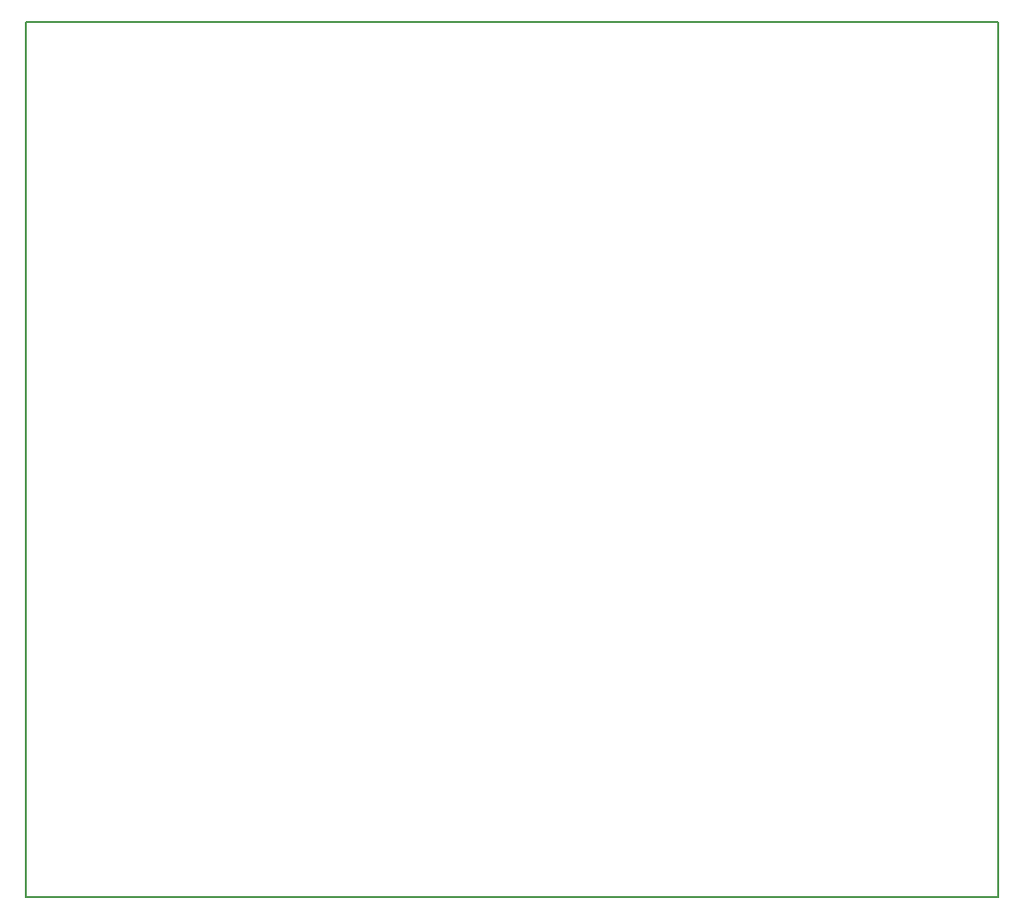
<source format=gm1>
G04 MADE WITH FRITZING*
G04 WWW.FRITZING.ORG*
G04 DOUBLE SIDED*
G04 HOLES PLATED*
G04 CONTOUR ON CENTER OF CONTOUR VECTOR*
%ASAXBY*%
%FSLAX23Y23*%
%MOIN*%
%OFA0B0*%
%SFA1.0B1.0*%
%ADD10R,3.395680X3.056010*%
%ADD11C,0.008000*%
%ADD10C,0.008*%
%LNCONTOUR*%
G90*
G70*
G54D10*
G54D11*
X4Y3052D02*
X3392Y3052D01*
X3392Y4D01*
X4Y4D01*
X4Y3052D01*
D02*
G04 End of contour*
M02*
</source>
